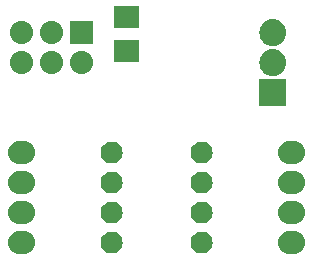
<source format=gts>
G04 #@! TF.FileFunction,Soldermask,Top*
%FSLAX46Y46*%
G04 Gerber Fmt 4.6, Leading zero omitted, Abs format (unit mm)*
G04 Created by KiCad (PCBNEW 4.0.1-stable) date 20.1.2016 23.10.08*
%MOMM*%
G01*
G04 APERTURE LIST*
%ADD10C,0.100000*%
G04 APERTURE END LIST*
D10*
G36*
X188129183Y-115849478D02*
X188129192Y-115849479D01*
X188131761Y-115849497D01*
X188323887Y-115871047D01*
X188508169Y-115929505D01*
X188677586Y-116022643D01*
X188825687Y-116146913D01*
X188946829Y-116297584D01*
X189036398Y-116468915D01*
X189090984Y-116654380D01*
X189090987Y-116654417D01*
X189090992Y-116654433D01*
X189108509Y-116846915D01*
X189088307Y-117039127D01*
X189088302Y-117039145D01*
X189088297Y-117039188D01*
X189031128Y-117223873D01*
X188939175Y-117393936D01*
X188815941Y-117542901D01*
X188666120Y-117665092D01*
X188495418Y-117755855D01*
X188310339Y-117811734D01*
X188117930Y-117830600D01*
X187801920Y-117830600D01*
X187790817Y-117830522D01*
X187790808Y-117830521D01*
X187788239Y-117830503D01*
X187596113Y-117808953D01*
X187411831Y-117750495D01*
X187242414Y-117657357D01*
X187094313Y-117533087D01*
X186973171Y-117382416D01*
X186883602Y-117211085D01*
X186829016Y-117025620D01*
X186829013Y-117025583D01*
X186829008Y-117025567D01*
X186811491Y-116833084D01*
X186831693Y-116640873D01*
X186831698Y-116640855D01*
X186831703Y-116640812D01*
X186888872Y-116456127D01*
X186980825Y-116286064D01*
X187104059Y-116137099D01*
X187253880Y-116014908D01*
X187424582Y-115924145D01*
X187609661Y-115868266D01*
X187802070Y-115849400D01*
X188118080Y-115849400D01*
X188129183Y-115849478D01*
X188129183Y-115849478D01*
G37*
G36*
X165269183Y-115849478D02*
X165269192Y-115849479D01*
X165271761Y-115849497D01*
X165463887Y-115871047D01*
X165648169Y-115929505D01*
X165817586Y-116022643D01*
X165965687Y-116146913D01*
X166086829Y-116297584D01*
X166176398Y-116468915D01*
X166230984Y-116654380D01*
X166230987Y-116654417D01*
X166230992Y-116654433D01*
X166248509Y-116846915D01*
X166228307Y-117039127D01*
X166228302Y-117039145D01*
X166228297Y-117039188D01*
X166171128Y-117223873D01*
X166079175Y-117393936D01*
X165955941Y-117542901D01*
X165806120Y-117665092D01*
X165635418Y-117755855D01*
X165450339Y-117811734D01*
X165257930Y-117830600D01*
X164941920Y-117830600D01*
X164930817Y-117830522D01*
X164930808Y-117830521D01*
X164928239Y-117830503D01*
X164736113Y-117808953D01*
X164551831Y-117750495D01*
X164382414Y-117657357D01*
X164234313Y-117533087D01*
X164113171Y-117382416D01*
X164023602Y-117211085D01*
X163969016Y-117025620D01*
X163969013Y-117025583D01*
X163969008Y-117025567D01*
X163951491Y-116833084D01*
X163971693Y-116640873D01*
X163971698Y-116640855D01*
X163971703Y-116640812D01*
X164028872Y-116456127D01*
X164120825Y-116286064D01*
X164244059Y-116137099D01*
X164393880Y-116014908D01*
X164564582Y-115924145D01*
X164749661Y-115868266D01*
X164942070Y-115849400D01*
X165258080Y-115849400D01*
X165269183Y-115849478D01*
X165269183Y-115849478D01*
G37*
G36*
X180354850Y-115913072D02*
X180354851Y-115913072D01*
X180357428Y-115913090D01*
X180537219Y-115933257D01*
X180709669Y-115987962D01*
X180868209Y-116075120D01*
X181006801Y-116191412D01*
X181120166Y-116332409D01*
X181203984Y-116492740D01*
X181255065Y-116666298D01*
X181255068Y-116666330D01*
X181255074Y-116666351D01*
X181271466Y-116846472D01*
X181252561Y-117026338D01*
X181252556Y-117026356D01*
X181252551Y-117026399D01*
X181199052Y-117199227D01*
X181113003Y-117358372D01*
X180997681Y-117497772D01*
X180857479Y-117612118D01*
X180697737Y-117697054D01*
X180524540Y-117749345D01*
X180344485Y-117767000D01*
X180335367Y-117767000D01*
X180325150Y-117766928D01*
X180325149Y-117766928D01*
X180322572Y-117766910D01*
X180142781Y-117746743D01*
X179970331Y-117692038D01*
X179811791Y-117604880D01*
X179673199Y-117488588D01*
X179559834Y-117347591D01*
X179476016Y-117187260D01*
X179424935Y-117013702D01*
X179424932Y-117013670D01*
X179424926Y-117013649D01*
X179408534Y-116833528D01*
X179427439Y-116653662D01*
X179427444Y-116653644D01*
X179427449Y-116653601D01*
X179480948Y-116480773D01*
X179566997Y-116321628D01*
X179682319Y-116182228D01*
X179822521Y-116067882D01*
X179982263Y-115982946D01*
X180155460Y-115930655D01*
X180335515Y-115913000D01*
X180344633Y-115913000D01*
X180354850Y-115913072D01*
X180354850Y-115913072D01*
G37*
G36*
X172734850Y-115913072D02*
X172734851Y-115913072D01*
X172737428Y-115913090D01*
X172917219Y-115933257D01*
X173089669Y-115987962D01*
X173248209Y-116075120D01*
X173386801Y-116191412D01*
X173500166Y-116332409D01*
X173583984Y-116492740D01*
X173635065Y-116666298D01*
X173635068Y-116666330D01*
X173635074Y-116666351D01*
X173651466Y-116846472D01*
X173632561Y-117026338D01*
X173632556Y-117026356D01*
X173632551Y-117026399D01*
X173579052Y-117199227D01*
X173493003Y-117358372D01*
X173377681Y-117497772D01*
X173237479Y-117612118D01*
X173077737Y-117697054D01*
X172904540Y-117749345D01*
X172724485Y-117767000D01*
X172715367Y-117767000D01*
X172705150Y-117766928D01*
X172705149Y-117766928D01*
X172702572Y-117766910D01*
X172522781Y-117746743D01*
X172350331Y-117692038D01*
X172191791Y-117604880D01*
X172053199Y-117488588D01*
X171939834Y-117347591D01*
X171856016Y-117187260D01*
X171804935Y-117013702D01*
X171804932Y-117013670D01*
X171804926Y-117013649D01*
X171788534Y-116833528D01*
X171807439Y-116653662D01*
X171807444Y-116653644D01*
X171807449Y-116653601D01*
X171860948Y-116480773D01*
X171946997Y-116321628D01*
X172062319Y-116182228D01*
X172202521Y-116067882D01*
X172362263Y-115982946D01*
X172535460Y-115930655D01*
X172715515Y-115913000D01*
X172724633Y-115913000D01*
X172734850Y-115913072D01*
X172734850Y-115913072D01*
G37*
G36*
X188129183Y-113309478D02*
X188129192Y-113309479D01*
X188131761Y-113309497D01*
X188323887Y-113331047D01*
X188508169Y-113389505D01*
X188677586Y-113482643D01*
X188825687Y-113606913D01*
X188946829Y-113757584D01*
X189036398Y-113928915D01*
X189090984Y-114114380D01*
X189090987Y-114114417D01*
X189090992Y-114114433D01*
X189108509Y-114306915D01*
X189088307Y-114499127D01*
X189088302Y-114499145D01*
X189088297Y-114499188D01*
X189031128Y-114683873D01*
X188939175Y-114853936D01*
X188815941Y-115002901D01*
X188666120Y-115125092D01*
X188495418Y-115215855D01*
X188310339Y-115271734D01*
X188117930Y-115290600D01*
X187801920Y-115290600D01*
X187790817Y-115290522D01*
X187790808Y-115290521D01*
X187788239Y-115290503D01*
X187596113Y-115268953D01*
X187411831Y-115210495D01*
X187242414Y-115117357D01*
X187094313Y-114993087D01*
X186973171Y-114842416D01*
X186883602Y-114671085D01*
X186829016Y-114485620D01*
X186829013Y-114485583D01*
X186829008Y-114485567D01*
X186811491Y-114293084D01*
X186831693Y-114100873D01*
X186831698Y-114100855D01*
X186831703Y-114100812D01*
X186888872Y-113916127D01*
X186980825Y-113746064D01*
X187104059Y-113597099D01*
X187253880Y-113474908D01*
X187424582Y-113384145D01*
X187609661Y-113328266D01*
X187802070Y-113309400D01*
X188118080Y-113309400D01*
X188129183Y-113309478D01*
X188129183Y-113309478D01*
G37*
G36*
X165269183Y-113309478D02*
X165269192Y-113309479D01*
X165271761Y-113309497D01*
X165463887Y-113331047D01*
X165648169Y-113389505D01*
X165817586Y-113482643D01*
X165965687Y-113606913D01*
X166086829Y-113757584D01*
X166176398Y-113928915D01*
X166230984Y-114114380D01*
X166230987Y-114114417D01*
X166230992Y-114114433D01*
X166248509Y-114306915D01*
X166228307Y-114499127D01*
X166228302Y-114499145D01*
X166228297Y-114499188D01*
X166171128Y-114683873D01*
X166079175Y-114853936D01*
X165955941Y-115002901D01*
X165806120Y-115125092D01*
X165635418Y-115215855D01*
X165450339Y-115271734D01*
X165257930Y-115290600D01*
X164941920Y-115290600D01*
X164930817Y-115290522D01*
X164930808Y-115290521D01*
X164928239Y-115290503D01*
X164736113Y-115268953D01*
X164551831Y-115210495D01*
X164382414Y-115117357D01*
X164234313Y-114993087D01*
X164113171Y-114842416D01*
X164023602Y-114671085D01*
X163969016Y-114485620D01*
X163969013Y-114485583D01*
X163969008Y-114485567D01*
X163951491Y-114293084D01*
X163971693Y-114100873D01*
X163971698Y-114100855D01*
X163971703Y-114100812D01*
X164028872Y-113916127D01*
X164120825Y-113746064D01*
X164244059Y-113597099D01*
X164393880Y-113474908D01*
X164564582Y-113384145D01*
X164749661Y-113328266D01*
X164942070Y-113309400D01*
X165258080Y-113309400D01*
X165269183Y-113309478D01*
X165269183Y-113309478D01*
G37*
G36*
X172734850Y-113373072D02*
X172734851Y-113373072D01*
X172737428Y-113373090D01*
X172917219Y-113393257D01*
X173089669Y-113447962D01*
X173248209Y-113535120D01*
X173386801Y-113651412D01*
X173500166Y-113792409D01*
X173583984Y-113952740D01*
X173635065Y-114126298D01*
X173635068Y-114126330D01*
X173635074Y-114126351D01*
X173651466Y-114306472D01*
X173632561Y-114486338D01*
X173632556Y-114486356D01*
X173632551Y-114486399D01*
X173579052Y-114659227D01*
X173493003Y-114818372D01*
X173377681Y-114957772D01*
X173237479Y-115072118D01*
X173077737Y-115157054D01*
X172904540Y-115209345D01*
X172724485Y-115227000D01*
X172715367Y-115227000D01*
X172705150Y-115226928D01*
X172705149Y-115226928D01*
X172702572Y-115226910D01*
X172522781Y-115206743D01*
X172350331Y-115152038D01*
X172191791Y-115064880D01*
X172053199Y-114948588D01*
X171939834Y-114807591D01*
X171856016Y-114647260D01*
X171804935Y-114473702D01*
X171804932Y-114473670D01*
X171804926Y-114473649D01*
X171788534Y-114293528D01*
X171807439Y-114113662D01*
X171807444Y-114113644D01*
X171807449Y-114113601D01*
X171860948Y-113940773D01*
X171946997Y-113781628D01*
X172062319Y-113642228D01*
X172202521Y-113527882D01*
X172362263Y-113442946D01*
X172535460Y-113390655D01*
X172715515Y-113373000D01*
X172724633Y-113373000D01*
X172734850Y-113373072D01*
X172734850Y-113373072D01*
G37*
G36*
X180354850Y-113373072D02*
X180354851Y-113373072D01*
X180357428Y-113373090D01*
X180537219Y-113393257D01*
X180709669Y-113447962D01*
X180868209Y-113535120D01*
X181006801Y-113651412D01*
X181120166Y-113792409D01*
X181203984Y-113952740D01*
X181255065Y-114126298D01*
X181255068Y-114126330D01*
X181255074Y-114126351D01*
X181271466Y-114306472D01*
X181252561Y-114486338D01*
X181252556Y-114486356D01*
X181252551Y-114486399D01*
X181199052Y-114659227D01*
X181113003Y-114818372D01*
X180997681Y-114957772D01*
X180857479Y-115072118D01*
X180697737Y-115157054D01*
X180524540Y-115209345D01*
X180344485Y-115227000D01*
X180335367Y-115227000D01*
X180325150Y-115226928D01*
X180325149Y-115226928D01*
X180322572Y-115226910D01*
X180142781Y-115206743D01*
X179970331Y-115152038D01*
X179811791Y-115064880D01*
X179673199Y-114948588D01*
X179559834Y-114807591D01*
X179476016Y-114647260D01*
X179424935Y-114473702D01*
X179424932Y-114473670D01*
X179424926Y-114473649D01*
X179408534Y-114293528D01*
X179427439Y-114113662D01*
X179427444Y-114113644D01*
X179427449Y-114113601D01*
X179480948Y-113940773D01*
X179566997Y-113781628D01*
X179682319Y-113642228D01*
X179822521Y-113527882D01*
X179982263Y-113442946D01*
X180155460Y-113390655D01*
X180335515Y-113373000D01*
X180344633Y-113373000D01*
X180354850Y-113373072D01*
X180354850Y-113373072D01*
G37*
G36*
X188129183Y-110769478D02*
X188129192Y-110769479D01*
X188131761Y-110769497D01*
X188323887Y-110791047D01*
X188508169Y-110849505D01*
X188677586Y-110942643D01*
X188825687Y-111066913D01*
X188946829Y-111217584D01*
X189036398Y-111388915D01*
X189090984Y-111574380D01*
X189090987Y-111574417D01*
X189090992Y-111574433D01*
X189108509Y-111766915D01*
X189088307Y-111959127D01*
X189088302Y-111959145D01*
X189088297Y-111959188D01*
X189031128Y-112143873D01*
X188939175Y-112313936D01*
X188815941Y-112462901D01*
X188666120Y-112585092D01*
X188495418Y-112675855D01*
X188310339Y-112731734D01*
X188117930Y-112750600D01*
X187801920Y-112750600D01*
X187790817Y-112750522D01*
X187790808Y-112750521D01*
X187788239Y-112750503D01*
X187596113Y-112728953D01*
X187411831Y-112670495D01*
X187242414Y-112577357D01*
X187094313Y-112453087D01*
X186973171Y-112302416D01*
X186883602Y-112131085D01*
X186829016Y-111945620D01*
X186829013Y-111945583D01*
X186829008Y-111945567D01*
X186811491Y-111753084D01*
X186831693Y-111560873D01*
X186831698Y-111560855D01*
X186831703Y-111560812D01*
X186888872Y-111376127D01*
X186980825Y-111206064D01*
X187104059Y-111057099D01*
X187253880Y-110934908D01*
X187424582Y-110844145D01*
X187609661Y-110788266D01*
X187802070Y-110769400D01*
X188118080Y-110769400D01*
X188129183Y-110769478D01*
X188129183Y-110769478D01*
G37*
G36*
X165269183Y-110769478D02*
X165269192Y-110769479D01*
X165271761Y-110769497D01*
X165463887Y-110791047D01*
X165648169Y-110849505D01*
X165817586Y-110942643D01*
X165965687Y-111066913D01*
X166086829Y-111217584D01*
X166176398Y-111388915D01*
X166230984Y-111574380D01*
X166230987Y-111574417D01*
X166230992Y-111574433D01*
X166248509Y-111766915D01*
X166228307Y-111959127D01*
X166228302Y-111959145D01*
X166228297Y-111959188D01*
X166171128Y-112143873D01*
X166079175Y-112313936D01*
X165955941Y-112462901D01*
X165806120Y-112585092D01*
X165635418Y-112675855D01*
X165450339Y-112731734D01*
X165257930Y-112750600D01*
X164941920Y-112750600D01*
X164930817Y-112750522D01*
X164930808Y-112750521D01*
X164928239Y-112750503D01*
X164736113Y-112728953D01*
X164551831Y-112670495D01*
X164382414Y-112577357D01*
X164234313Y-112453087D01*
X164113171Y-112302416D01*
X164023602Y-112131085D01*
X163969016Y-111945620D01*
X163969013Y-111945583D01*
X163969008Y-111945567D01*
X163951491Y-111753084D01*
X163971693Y-111560873D01*
X163971698Y-111560855D01*
X163971703Y-111560812D01*
X164028872Y-111376127D01*
X164120825Y-111206064D01*
X164244059Y-111057099D01*
X164393880Y-110934908D01*
X164564582Y-110844145D01*
X164749661Y-110788266D01*
X164942070Y-110769400D01*
X165258080Y-110769400D01*
X165269183Y-110769478D01*
X165269183Y-110769478D01*
G37*
G36*
X172734850Y-110833072D02*
X172734851Y-110833072D01*
X172737428Y-110833090D01*
X172917219Y-110853257D01*
X173089669Y-110907962D01*
X173248209Y-110995120D01*
X173386801Y-111111412D01*
X173500166Y-111252409D01*
X173583984Y-111412740D01*
X173635065Y-111586298D01*
X173635068Y-111586330D01*
X173635074Y-111586351D01*
X173651466Y-111766472D01*
X173632561Y-111946338D01*
X173632556Y-111946356D01*
X173632551Y-111946399D01*
X173579052Y-112119227D01*
X173493003Y-112278372D01*
X173377681Y-112417772D01*
X173237479Y-112532118D01*
X173077737Y-112617054D01*
X172904540Y-112669345D01*
X172724485Y-112687000D01*
X172715367Y-112687000D01*
X172705150Y-112686928D01*
X172705149Y-112686928D01*
X172702572Y-112686910D01*
X172522781Y-112666743D01*
X172350331Y-112612038D01*
X172191791Y-112524880D01*
X172053199Y-112408588D01*
X171939834Y-112267591D01*
X171856016Y-112107260D01*
X171804935Y-111933702D01*
X171804932Y-111933670D01*
X171804926Y-111933649D01*
X171788534Y-111753528D01*
X171807439Y-111573662D01*
X171807444Y-111573644D01*
X171807449Y-111573601D01*
X171860948Y-111400773D01*
X171946997Y-111241628D01*
X172062319Y-111102228D01*
X172202521Y-110987882D01*
X172362263Y-110902946D01*
X172535460Y-110850655D01*
X172715515Y-110833000D01*
X172724633Y-110833000D01*
X172734850Y-110833072D01*
X172734850Y-110833072D01*
G37*
G36*
X180354850Y-110833072D02*
X180354851Y-110833072D01*
X180357428Y-110833090D01*
X180537219Y-110853257D01*
X180709669Y-110907962D01*
X180868209Y-110995120D01*
X181006801Y-111111412D01*
X181120166Y-111252409D01*
X181203984Y-111412740D01*
X181255065Y-111586298D01*
X181255068Y-111586330D01*
X181255074Y-111586351D01*
X181271466Y-111766472D01*
X181252561Y-111946338D01*
X181252556Y-111946356D01*
X181252551Y-111946399D01*
X181199052Y-112119227D01*
X181113003Y-112278372D01*
X180997681Y-112417772D01*
X180857479Y-112532118D01*
X180697737Y-112617054D01*
X180524540Y-112669345D01*
X180344485Y-112687000D01*
X180335367Y-112687000D01*
X180325150Y-112686928D01*
X180325149Y-112686928D01*
X180322572Y-112686910D01*
X180142781Y-112666743D01*
X179970331Y-112612038D01*
X179811791Y-112524880D01*
X179673199Y-112408588D01*
X179559834Y-112267591D01*
X179476016Y-112107260D01*
X179424935Y-111933702D01*
X179424932Y-111933670D01*
X179424926Y-111933649D01*
X179408534Y-111753528D01*
X179427439Y-111573662D01*
X179427444Y-111573644D01*
X179427449Y-111573601D01*
X179480948Y-111400773D01*
X179566997Y-111241628D01*
X179682319Y-111102228D01*
X179822521Y-110987882D01*
X179982263Y-110902946D01*
X180155460Y-110850655D01*
X180335515Y-110833000D01*
X180344633Y-110833000D01*
X180354850Y-110833072D01*
X180354850Y-110833072D01*
G37*
G36*
X165269183Y-108229478D02*
X165269192Y-108229479D01*
X165271761Y-108229497D01*
X165463887Y-108251047D01*
X165648169Y-108309505D01*
X165817586Y-108402643D01*
X165965687Y-108526913D01*
X166086829Y-108677584D01*
X166176398Y-108848915D01*
X166230984Y-109034380D01*
X166230987Y-109034417D01*
X166230992Y-109034433D01*
X166248509Y-109226915D01*
X166228307Y-109419127D01*
X166228302Y-109419145D01*
X166228297Y-109419188D01*
X166171128Y-109603873D01*
X166079175Y-109773936D01*
X165955941Y-109922901D01*
X165806120Y-110045092D01*
X165635418Y-110135855D01*
X165450339Y-110191734D01*
X165257930Y-110210600D01*
X164941920Y-110210600D01*
X164930817Y-110210522D01*
X164930808Y-110210521D01*
X164928239Y-110210503D01*
X164736113Y-110188953D01*
X164551831Y-110130495D01*
X164382414Y-110037357D01*
X164234313Y-109913087D01*
X164113171Y-109762416D01*
X164023602Y-109591085D01*
X163969016Y-109405620D01*
X163969013Y-109405583D01*
X163969008Y-109405567D01*
X163951491Y-109213084D01*
X163971693Y-109020873D01*
X163971698Y-109020855D01*
X163971703Y-109020812D01*
X164028872Y-108836127D01*
X164120825Y-108666064D01*
X164244059Y-108517099D01*
X164393880Y-108394908D01*
X164564582Y-108304145D01*
X164749661Y-108248266D01*
X164942070Y-108229400D01*
X165258080Y-108229400D01*
X165269183Y-108229478D01*
X165269183Y-108229478D01*
G37*
G36*
X188129183Y-108229478D02*
X188129192Y-108229479D01*
X188131761Y-108229497D01*
X188323887Y-108251047D01*
X188508169Y-108309505D01*
X188677586Y-108402643D01*
X188825687Y-108526913D01*
X188946829Y-108677584D01*
X189036398Y-108848915D01*
X189090984Y-109034380D01*
X189090987Y-109034417D01*
X189090992Y-109034433D01*
X189108509Y-109226915D01*
X189088307Y-109419127D01*
X189088302Y-109419145D01*
X189088297Y-109419188D01*
X189031128Y-109603873D01*
X188939175Y-109773936D01*
X188815941Y-109922901D01*
X188666120Y-110045092D01*
X188495418Y-110135855D01*
X188310339Y-110191734D01*
X188117930Y-110210600D01*
X187801920Y-110210600D01*
X187790817Y-110210522D01*
X187790808Y-110210521D01*
X187788239Y-110210503D01*
X187596113Y-110188953D01*
X187411831Y-110130495D01*
X187242414Y-110037357D01*
X187094313Y-109913087D01*
X186973171Y-109762416D01*
X186883602Y-109591085D01*
X186829016Y-109405620D01*
X186829013Y-109405583D01*
X186829008Y-109405567D01*
X186811491Y-109213084D01*
X186831693Y-109020873D01*
X186831698Y-109020855D01*
X186831703Y-109020812D01*
X186888872Y-108836127D01*
X186980825Y-108666064D01*
X187104059Y-108517099D01*
X187253880Y-108394908D01*
X187424582Y-108304145D01*
X187609661Y-108248266D01*
X187802070Y-108229400D01*
X188118080Y-108229400D01*
X188129183Y-108229478D01*
X188129183Y-108229478D01*
G37*
G36*
X180354850Y-108293072D02*
X180354851Y-108293072D01*
X180357428Y-108293090D01*
X180537219Y-108313257D01*
X180709669Y-108367962D01*
X180868209Y-108455120D01*
X181006801Y-108571412D01*
X181120166Y-108712409D01*
X181203984Y-108872740D01*
X181255065Y-109046298D01*
X181255068Y-109046330D01*
X181255074Y-109046351D01*
X181271466Y-109226472D01*
X181252561Y-109406338D01*
X181252556Y-109406356D01*
X181252551Y-109406399D01*
X181199052Y-109579227D01*
X181113003Y-109738372D01*
X180997681Y-109877772D01*
X180857479Y-109992118D01*
X180697737Y-110077054D01*
X180524540Y-110129345D01*
X180344485Y-110147000D01*
X180335367Y-110147000D01*
X180325150Y-110146928D01*
X180325149Y-110146928D01*
X180322572Y-110146910D01*
X180142781Y-110126743D01*
X179970331Y-110072038D01*
X179811791Y-109984880D01*
X179673199Y-109868588D01*
X179559834Y-109727591D01*
X179476016Y-109567260D01*
X179424935Y-109393702D01*
X179424932Y-109393670D01*
X179424926Y-109393649D01*
X179408534Y-109213528D01*
X179427439Y-109033662D01*
X179427444Y-109033644D01*
X179427449Y-109033601D01*
X179480948Y-108860773D01*
X179566997Y-108701628D01*
X179682319Y-108562228D01*
X179822521Y-108447882D01*
X179982263Y-108362946D01*
X180155460Y-108310655D01*
X180335515Y-108293000D01*
X180344633Y-108293000D01*
X180354850Y-108293072D01*
X180354850Y-108293072D01*
G37*
G36*
X172734850Y-108293072D02*
X172734851Y-108293072D01*
X172737428Y-108293090D01*
X172917219Y-108313257D01*
X173089669Y-108367962D01*
X173248209Y-108455120D01*
X173386801Y-108571412D01*
X173500166Y-108712409D01*
X173583984Y-108872740D01*
X173635065Y-109046298D01*
X173635068Y-109046330D01*
X173635074Y-109046351D01*
X173651466Y-109226472D01*
X173632561Y-109406338D01*
X173632556Y-109406356D01*
X173632551Y-109406399D01*
X173579052Y-109579227D01*
X173493003Y-109738372D01*
X173377681Y-109877772D01*
X173237479Y-109992118D01*
X173077737Y-110077054D01*
X172904540Y-110129345D01*
X172724485Y-110147000D01*
X172715367Y-110147000D01*
X172705150Y-110146928D01*
X172705149Y-110146928D01*
X172702572Y-110146910D01*
X172522781Y-110126743D01*
X172350331Y-110072038D01*
X172191791Y-109984880D01*
X172053199Y-109868588D01*
X171939834Y-109727591D01*
X171856016Y-109567260D01*
X171804935Y-109393702D01*
X171804932Y-109393670D01*
X171804926Y-109393649D01*
X171788534Y-109213528D01*
X171807439Y-109033662D01*
X171807444Y-109033644D01*
X171807449Y-109033601D01*
X171860948Y-108860773D01*
X171946997Y-108701628D01*
X172062319Y-108562228D01*
X172202521Y-108447882D01*
X172362263Y-108362946D01*
X172535460Y-108310655D01*
X172715515Y-108293000D01*
X172724633Y-108293000D01*
X172734850Y-108293072D01*
X172734850Y-108293072D01*
G37*
G36*
X187481490Y-105266490D02*
X185228510Y-105266490D01*
X185228510Y-103013510D01*
X187481490Y-103013510D01*
X187481490Y-105266490D01*
X187481490Y-105266490D01*
G37*
G36*
X186581450Y-100491058D02*
X186581462Y-100491062D01*
X186581512Y-100491067D01*
X186791532Y-100556079D01*
X186984925Y-100660646D01*
X187154324Y-100800786D01*
X187293277Y-100971159D01*
X187396492Y-101165277D01*
X187460036Y-101375746D01*
X187481490Y-101594549D01*
X187481490Y-101605601D01*
X187481399Y-101618600D01*
X187481398Y-101618609D01*
X187481380Y-101621179D01*
X187456873Y-101839661D01*
X187390397Y-102049223D01*
X187284482Y-102241881D01*
X187143164Y-102410297D01*
X186971824Y-102548058D01*
X186776991Y-102649914D01*
X186566083Y-102711988D01*
X186566041Y-102711992D01*
X186566030Y-102711995D01*
X186347135Y-102731916D01*
X186128550Y-102708942D01*
X186128538Y-102708938D01*
X186128488Y-102708933D01*
X185918468Y-102643921D01*
X185725075Y-102539354D01*
X185555676Y-102399214D01*
X185416723Y-102228841D01*
X185313508Y-102034723D01*
X185249964Y-101824254D01*
X185228510Y-101605451D01*
X185228510Y-101594399D01*
X185228601Y-101581400D01*
X185228602Y-101581391D01*
X185228620Y-101578821D01*
X185253127Y-101360339D01*
X185319603Y-101150777D01*
X185425518Y-100958119D01*
X185566836Y-100789703D01*
X185738176Y-100651942D01*
X185933009Y-100550086D01*
X186143917Y-100488012D01*
X186143959Y-100488008D01*
X186143970Y-100488005D01*
X186362865Y-100468084D01*
X186581450Y-100491058D01*
X186581450Y-100491058D01*
G37*
G36*
X170379127Y-100624831D02*
X170379140Y-100624835D01*
X170379188Y-100624840D01*
X170563873Y-100682009D01*
X170733936Y-100773962D01*
X170882901Y-100897196D01*
X171005092Y-101047017D01*
X171095855Y-101217719D01*
X171151734Y-101402798D01*
X171170600Y-101595207D01*
X171170600Y-101604942D01*
X171170522Y-101616045D01*
X171170521Y-101616054D01*
X171170503Y-101618624D01*
X171148953Y-101810750D01*
X171090495Y-101995032D01*
X170997357Y-102164449D01*
X170873087Y-102312550D01*
X170722416Y-102433692D01*
X170551085Y-102523261D01*
X170365620Y-102577847D01*
X170365578Y-102577851D01*
X170365567Y-102577854D01*
X170173084Y-102595371D01*
X169980873Y-102575169D01*
X169980860Y-102575165D01*
X169980812Y-102575160D01*
X169796127Y-102517991D01*
X169626064Y-102426038D01*
X169477099Y-102302804D01*
X169354908Y-102152983D01*
X169264145Y-101982281D01*
X169208266Y-101797202D01*
X169189400Y-101604793D01*
X169189400Y-101595058D01*
X169189478Y-101583955D01*
X169189479Y-101583946D01*
X169189497Y-101581376D01*
X169211047Y-101389250D01*
X169269505Y-101204968D01*
X169362643Y-101035551D01*
X169486913Y-100887450D01*
X169637584Y-100766308D01*
X169808915Y-100676739D01*
X169994380Y-100622153D01*
X169994422Y-100622149D01*
X169994433Y-100622146D01*
X170186916Y-100604629D01*
X170379127Y-100624831D01*
X170379127Y-100624831D01*
G37*
G36*
X167839127Y-100624831D02*
X167839140Y-100624835D01*
X167839188Y-100624840D01*
X168023873Y-100682009D01*
X168193936Y-100773962D01*
X168342901Y-100897196D01*
X168465092Y-101047017D01*
X168555855Y-101217719D01*
X168611734Y-101402798D01*
X168630600Y-101595207D01*
X168630600Y-101604942D01*
X168630522Y-101616045D01*
X168630521Y-101616054D01*
X168630503Y-101618624D01*
X168608953Y-101810750D01*
X168550495Y-101995032D01*
X168457357Y-102164449D01*
X168333087Y-102312550D01*
X168182416Y-102433692D01*
X168011085Y-102523261D01*
X167825620Y-102577847D01*
X167825578Y-102577851D01*
X167825567Y-102577854D01*
X167633084Y-102595371D01*
X167440873Y-102575169D01*
X167440860Y-102575165D01*
X167440812Y-102575160D01*
X167256127Y-102517991D01*
X167086064Y-102426038D01*
X166937099Y-102302804D01*
X166814908Y-102152983D01*
X166724145Y-101982281D01*
X166668266Y-101797202D01*
X166649400Y-101604793D01*
X166649400Y-101595058D01*
X166649478Y-101583955D01*
X166649479Y-101583946D01*
X166649497Y-101581376D01*
X166671047Y-101389250D01*
X166729505Y-101204968D01*
X166822643Y-101035551D01*
X166946913Y-100887450D01*
X167097584Y-100766308D01*
X167268915Y-100676739D01*
X167454380Y-100622153D01*
X167454422Y-100622149D01*
X167454433Y-100622146D01*
X167646916Y-100604629D01*
X167839127Y-100624831D01*
X167839127Y-100624831D01*
G37*
G36*
X165299127Y-100624831D02*
X165299140Y-100624835D01*
X165299188Y-100624840D01*
X165483873Y-100682009D01*
X165653936Y-100773962D01*
X165802901Y-100897196D01*
X165925092Y-101047017D01*
X166015855Y-101217719D01*
X166071734Y-101402798D01*
X166090600Y-101595207D01*
X166090600Y-101604942D01*
X166090522Y-101616045D01*
X166090521Y-101616054D01*
X166090503Y-101618624D01*
X166068953Y-101810750D01*
X166010495Y-101995032D01*
X165917357Y-102164449D01*
X165793087Y-102312550D01*
X165642416Y-102433692D01*
X165471085Y-102523261D01*
X165285620Y-102577847D01*
X165285578Y-102577851D01*
X165285567Y-102577854D01*
X165093084Y-102595371D01*
X164900873Y-102575169D01*
X164900860Y-102575165D01*
X164900812Y-102575160D01*
X164716127Y-102517991D01*
X164546064Y-102426038D01*
X164397099Y-102302804D01*
X164274908Y-102152983D01*
X164184145Y-101982281D01*
X164128266Y-101797202D01*
X164109400Y-101604793D01*
X164109400Y-101595058D01*
X164109478Y-101583955D01*
X164109479Y-101583946D01*
X164109497Y-101581376D01*
X164131047Y-101389250D01*
X164189505Y-101204968D01*
X164282643Y-101035551D01*
X164406913Y-100887450D01*
X164557584Y-100766308D01*
X164728915Y-100676739D01*
X164914380Y-100622153D01*
X164914422Y-100622149D01*
X164914433Y-100622146D01*
X165106916Y-100604629D01*
X165299127Y-100624831D01*
X165299127Y-100624831D01*
G37*
G36*
X175017430Y-101532690D02*
X172962570Y-101532690D01*
X172962570Y-99681030D01*
X175017430Y-99681030D01*
X175017430Y-101532690D01*
X175017430Y-101532690D01*
G37*
G36*
X186581450Y-97951058D02*
X186581462Y-97951062D01*
X186581512Y-97951067D01*
X186791532Y-98016079D01*
X186984925Y-98120646D01*
X187154324Y-98260786D01*
X187293277Y-98431159D01*
X187396492Y-98625277D01*
X187460036Y-98835746D01*
X187481490Y-99054549D01*
X187481490Y-99065601D01*
X187481399Y-99078600D01*
X187481398Y-99078609D01*
X187481380Y-99081179D01*
X187456873Y-99299661D01*
X187390397Y-99509223D01*
X187284482Y-99701881D01*
X187143164Y-99870297D01*
X186971824Y-100008058D01*
X186776991Y-100109914D01*
X186566083Y-100171988D01*
X186566041Y-100171992D01*
X186566030Y-100171995D01*
X186347135Y-100191916D01*
X186128550Y-100168942D01*
X186128538Y-100168938D01*
X186128488Y-100168933D01*
X185918468Y-100103921D01*
X185725075Y-99999354D01*
X185555676Y-99859214D01*
X185416723Y-99688841D01*
X185313508Y-99494723D01*
X185249964Y-99284254D01*
X185228510Y-99065451D01*
X185228510Y-99054399D01*
X185228601Y-99041400D01*
X185228602Y-99041391D01*
X185228620Y-99038821D01*
X185253127Y-98820339D01*
X185319603Y-98610777D01*
X185425518Y-98418119D01*
X185566836Y-98249703D01*
X185738176Y-98111942D01*
X185933009Y-98010086D01*
X186143917Y-97948012D01*
X186143959Y-97948008D01*
X186143970Y-97948005D01*
X186362865Y-97928084D01*
X186581450Y-97951058D01*
X186581450Y-97951058D01*
G37*
G36*
X165299127Y-98084831D02*
X165299140Y-98084835D01*
X165299188Y-98084840D01*
X165483873Y-98142009D01*
X165653936Y-98233962D01*
X165802901Y-98357196D01*
X165925092Y-98507017D01*
X166015855Y-98677719D01*
X166071734Y-98862798D01*
X166090600Y-99055207D01*
X166090600Y-99064942D01*
X166090522Y-99076045D01*
X166090521Y-99076054D01*
X166090503Y-99078624D01*
X166068953Y-99270750D01*
X166010495Y-99455032D01*
X165917357Y-99624449D01*
X165793087Y-99772550D01*
X165642416Y-99893692D01*
X165471085Y-99983261D01*
X165285620Y-100037847D01*
X165285578Y-100037851D01*
X165285567Y-100037854D01*
X165093084Y-100055371D01*
X164900873Y-100035169D01*
X164900860Y-100035165D01*
X164900812Y-100035160D01*
X164716127Y-99977991D01*
X164546064Y-99886038D01*
X164397099Y-99762804D01*
X164274908Y-99612983D01*
X164184145Y-99442281D01*
X164128266Y-99257202D01*
X164109400Y-99064793D01*
X164109400Y-99055058D01*
X164109478Y-99043955D01*
X164109479Y-99043946D01*
X164109497Y-99041376D01*
X164131047Y-98849250D01*
X164189505Y-98664968D01*
X164282643Y-98495551D01*
X164406913Y-98347450D01*
X164557584Y-98226308D01*
X164728915Y-98136739D01*
X164914380Y-98082153D01*
X164914422Y-98082149D01*
X164914433Y-98082146D01*
X165106916Y-98064629D01*
X165299127Y-98084831D01*
X165299127Y-98084831D01*
G37*
G36*
X167839127Y-98084831D02*
X167839140Y-98084835D01*
X167839188Y-98084840D01*
X168023873Y-98142009D01*
X168193936Y-98233962D01*
X168342901Y-98357196D01*
X168465092Y-98507017D01*
X168555855Y-98677719D01*
X168611734Y-98862798D01*
X168630600Y-99055207D01*
X168630600Y-99064942D01*
X168630522Y-99076045D01*
X168630521Y-99076054D01*
X168630503Y-99078624D01*
X168608953Y-99270750D01*
X168550495Y-99455032D01*
X168457357Y-99624449D01*
X168333087Y-99772550D01*
X168182416Y-99893692D01*
X168011085Y-99983261D01*
X167825620Y-100037847D01*
X167825578Y-100037851D01*
X167825567Y-100037854D01*
X167633084Y-100055371D01*
X167440873Y-100035169D01*
X167440860Y-100035165D01*
X167440812Y-100035160D01*
X167256127Y-99977991D01*
X167086064Y-99886038D01*
X166937099Y-99762804D01*
X166814908Y-99612983D01*
X166724145Y-99442281D01*
X166668266Y-99257202D01*
X166649400Y-99064793D01*
X166649400Y-99055058D01*
X166649478Y-99043955D01*
X166649479Y-99043946D01*
X166649497Y-99041376D01*
X166671047Y-98849250D01*
X166729505Y-98664968D01*
X166822643Y-98495551D01*
X166946913Y-98347450D01*
X167097584Y-98226308D01*
X167268915Y-98136739D01*
X167454380Y-98082153D01*
X167454422Y-98082149D01*
X167454433Y-98082146D01*
X167646916Y-98064629D01*
X167839127Y-98084831D01*
X167839127Y-98084831D01*
G37*
G36*
X171170600Y-100050600D02*
X169189400Y-100050600D01*
X169189400Y-98069400D01*
X171170600Y-98069400D01*
X171170600Y-100050600D01*
X171170600Y-100050600D01*
G37*
G36*
X175017430Y-98692970D02*
X172962570Y-98692970D01*
X172962570Y-96841310D01*
X175017430Y-96841310D01*
X175017430Y-98692970D01*
X175017430Y-98692970D01*
G37*
M02*

</source>
